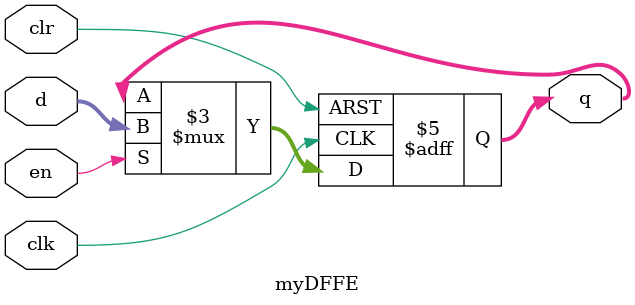
<source format=v>
module myDFFE(q, d, clk, en, clr);
   
   //Inputs
	input [31:0] d;
   input clk, en, clr;
   
   //Internal wire
   wire clr;

   //Output
   output reg [31:0] q;

   //Intialize q to 0
   initial
   begin
       q = 32'b0;
   end

   //Set value of q on positive edge of the clock or clear
   always @(posedge clk or posedge clr) begin
       //If clear is high, set q to 0
       if (clr) begin
           q <= 32'b0;
       //If enable is high, set q to the value of d
       end else if (en) begin
           q <= d;
       end
   end
endmodule
</source>
